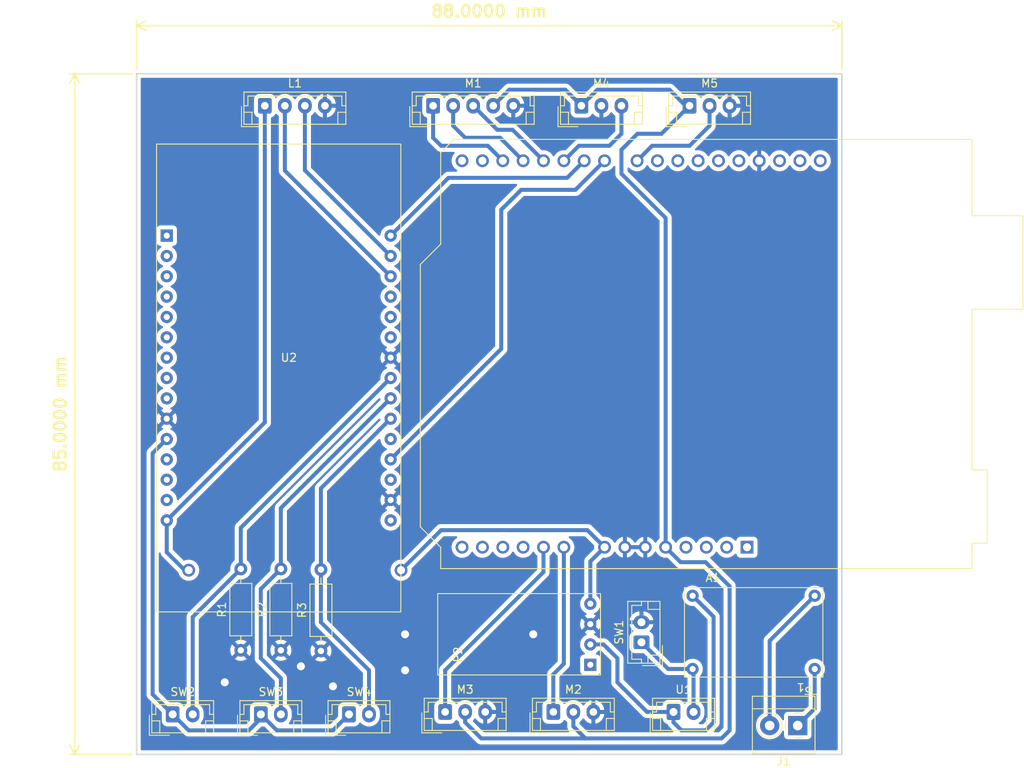
<source format=kicad_pcb>
(kicad_pcb (version 20221018) (generator pcbnew)
  (layers (0 "F.Cu" signal) (31 "B.Cu" signal) (34 "B.Paste" user) (35 "F.Paste" user) (36 "B.SilkS" user "B.Silkscreen") (37 "F.SilkS" user "F.Silkscreen") (38 "B.Mask" user) (39 "F.Mask" user) (44 "Edge.Cuts" user))
  (net 0 "")
  (net 5 "+5VP")
  (net 6 "GND")
  (net 7 "VCC")
  (net 8 "PIEZO1_OUT")
  (net 9 "PIEZO2_OUT")
  (net 16 "TC_SO")
  (net 17 "TC_CS")
  (net 18 "TC_SCK")
  (net 19 "IR_OUT")
  (net 20 "WIFI_STATUS_PIN")
  (net 21 "WIFI_TX")
  (net 22 "V_DETECT")
  (net 31 "Net-(J1-Pad1)")
  (net 32 "Net-(J1-Pad2)")
  (net 33 "I2C_SDA")
  (net 34 "I2C_SCL")
  (net 36 "Net-(P1-Pad3)")
  (net 37 "BUTTON_1")
  (net 38 "BUTTON_2")
  (net 39 "BUTTON_3")
  (net 40 "Net-(P1-Pad4)")
  (net 41 "+3V3")
  (footprint "Connector_JST:JST_EH_B3B-EH-A_1x03_P2.50mm_Vertical" (layer "F.Cu") (at 157.235 54)
    (fp_text reference "M4" (at 2.5 -2.8) (layer "F.SilkS"))
    (fp_text value "INFRARED")
    (fp_line (start -2.91 0.11) (end -2.91 2.61) (stroke (width 0.12)) (layer "F.SilkS"))
    (fp_line (start -2.91 2.61) (end -0.41 2.61) (stroke (width 0.12)) (layer "F.SilkS"))
    (fp_line (start -2.61 -1.71) (end -2.61 2.31) (stroke (width 0.12)) (layer "F.SilkS"))
    (fp_line (start -2.61 0) (end -2.11 0) (stroke (width 0.12)) (layer "F.SilkS"))
    (fp_line (start -2.61 0.81) (end -1.61 0.81) (stroke (width 0.12)) (layer "F.SilkS"))
    (fp_line (start -2.61 2.31) (end 7.61 2.31) (stroke (width 0.12)) (layer "F.SilkS"))
    (fp_line (start -2.11 -1.21) (end 7.11 -1.21) (stroke (width 0.12)) (layer "F.SilkS"))
    (fp_line (start -2.11 0) (end -2.11 -1.21) (stroke (width 0.12)) (layer "F.SilkS"))
    (fp_line (start -1.61 0.81) (end -1.61 2.31) (stroke (width 0.12)) (layer "F.SilkS"))
    (fp_line (start 6.61 0.81) (end 6.61 2.31) (stroke (width 0.12)) (layer "F.SilkS"))
    (fp_line (start 7.11 -1.21) (end 7.11 0) (stroke (width 0.12)) (layer "F.SilkS"))
    (fp_line (start 7.11 0) (end 7.61 0) (stroke (width 0.12)) (layer "F.SilkS"))
    (fp_line (start 7.61 -1.71) (end -2.61 -1.71) (stroke (width 0.12)) (layer "F.SilkS"))
    (fp_line (start 7.61 0.81) (end 6.61 0.81) (stroke (width 0.12)) (layer "F.SilkS"))
    (fp_line (start 7.61 2.31) (end 7.61 -1.71) (stroke (width 0.12)) (layer "F.SilkS"))
    (pad "1" thru_hole roundrect (at 0 0) (size 1.7 1.95) (drill 0.95) (layers "*.Cu" "*.Mask") (roundrect_rratio 0.147059) (net 5 "+5VP"))
    (pad "2" thru_hole oval (at 2.5 0) (size 1.7 1.95) (drill 0.95) (layers "*.Cu" "*.Mask") (net 6 "GND"))
    (pad "3" thru_hole oval (at 5 0) (size 1.7 1.95) (drill 0.95) (layers "*.Cu" "*.Mask") (net 19 "IR_OUT"))
  )
  (footprint "Custom Library:Mini Step-Down 2" (layer "F.Cu") (at 178.735 119 180)
    (fp_text reference "P1" (at -6.35 -7.62 180 unlocked) (layer "F.SilkS"))
    (fp_text value "STEP DOWN")
    (fp_rect (start -8.636 -6.35) (end 8.636 4.826) (stroke (width 0.12)) (fill none) (layer "F.SilkS"))
    (pad "1" thru_hole circle (at -7.62 3.81 180) (size 1.524 1.524) (drill 0.762) (layers "*.Cu" "*.Mask") (net 32 "Net-(J1-Pad2)"))
    (pad "2" thru_hole circle (at -7.62 -5.334 180) (size 1.524 1.524) (drill 0.762) (layers "*.Cu" "*.Mask") (net 31 "Net-(J1-Pad1)"))
    (pad "3" thru_hole circle (at 7.62 3.81 180) (size 1.524 1.524) (drill 0.762) (layers "*.Cu" "*.Mask") (net 36 "Net-(P1-Pad3)"))
    (pad "4" thru_hole circle (at 7.62 -5.334 180) (size 1.524 1.524) (drill 0.762) (layers "*.Cu" "*.Mask") (net 40 "Net-(P1-Pad4)"))
  )
  (footprint "Connector_JST:JST_EH_B2B-EH-A_1x02_P2.50mm_Vertical" (layer "F.Cu") (at 117.235 130)
    (fp_text reference "SW3" (at 1.25 -2.8) (layer "F.SilkS"))
    (fp_text value "SW_Push")
    (fp_line (start -2.91 0.11) (end -2.91 2.61) (stroke (width 0.12)) (layer "F.SilkS"))
    (fp_line (start -2.91 2.61) (end -0.41 2.61) (stroke (width 0.12)) (layer "F.SilkS"))
    (fp_line (start -2.61 -1.71) (end -2.61 2.31) (stroke (width 0.12)) (layer "F.SilkS"))
    (fp_line (start -2.61 0) (end -2.11 0) (stroke (width 0.12)) (layer "F.SilkS"))
    (fp_line (start -2.61 0.81) (end -1.61 0.81) (stroke (width 0.12)) (layer "F.SilkS"))
    (fp_line (start -2.61 2.31) (end 5.11 2.31) (stroke (width 0.12)) (layer "F.SilkS"))
    (fp_line (start -2.11 -1.21) (end 4.61 -1.21) (stroke (width 0.12)) (layer "F.SilkS"))
    (fp_line (start -2.11 0) (end -2.11 -1.21) (stroke (width 0.12)) (layer "F.SilkS"))
    (fp_line (start -1.61 0.81) (end -1.61 2.31) (stroke (width 0.12)) (layer "F.SilkS"))
    (fp_line (start 4.11 0.81) (end 4.11 2.31) (stroke (width 0.12)) (layer "F.SilkS"))
    (fp_line (start 4.61 -1.21) (end 4.61 0) (stroke (width 0.12)) (layer "F.SilkS"))
    (fp_line (start 4.61 0) (end 5.11 0) (stroke (width 0.12)) (layer "F.SilkS"))
    (fp_line (start 5.11 -1.71) (end -2.61 -1.71) (stroke (width 0.12)) (layer "F.SilkS"))
    (fp_line (start 5.11 0.81) (end 4.11 0.81) (stroke (width 0.12)) (layer "F.SilkS"))
    (fp_line (start 5.11 2.31) (end 5.11 -1.71) (stroke (width 0.12)) (layer "F.SilkS"))
    (pad "1" thru_hole roundrect (at 0 0) (size 1.7 2) (drill 1) (layers "*.Cu" "*.Mask") (roundrect_rratio 0.147059) (net 41 "+3V3"))
    (pad "2" thru_hole oval (at 2.5 0) (size 1.7 2) (drill 1) (layers "*.Cu" "*.Mask") (net 38 "BUTTON_2"))
  )
  (footprint "Custom Library:NodeMCU V3" (layer "F.Cu") (at 120.735 88)
    (fp_text reference "U2" (at 0 -2.54 unlocked) (layer "F.SilkS"))
    (fp_text value "WiFi")
    (fp_rect (start -16.51 -29.21) (end 13.97 29.21) (stroke (width 0.12)) (fill none) (layer "F.SilkS"))
    (pad "1" thru_hole rect (at -15.24 -17.78) (size 1.524 1.524) (drill 0.762) (layers "*.Cu" "*.Mask"))
    (pad "2" thru_hole circle (at -15.24 -15.24) (size 1.524 1.524) (drill 0.762) (layers "*.Cu" "*.Mask"))
    (pad "3" thru_hole circle (at -15.24 -12.7) (size 1.524 1.524) (drill 0.762) (layers "*.Cu" "*.Mask"))
    (pad "4" thru_hole circle (at -15.24 -10.16) (size 1.524 1.524) (drill 0.762) (layers "*.Cu" "*.Mask"))
    (pad "5" thru_hole circle (at -15.24 -7.62) (size 1.524 1.524) (drill 0.762) (layers "*.Cu" "*.Mask"))
    (pad "6" thru_hole circle (at -15.24 -5.08) (size 1.524 1.524) (drill 0.762) (layers "*.Cu" "*.Mask"))
    (pad "7" thru_hole circle (at -15.24 -2.54) (size 1.524 1.524) (drill 0.762) (layers "*.Cu" "*.Mask"))
    (pad "8" thru_hole circle (at -15.24 0) (size 1.524 1.524) (drill 0.762) (layers "*.Cu" "*.Mask"))
    (pad "9" thru_hole circle (at -15.24 2.54) (size 1.524 1.524) (drill 0.762) (layers "*.Cu" "*.Mask"))
    (pad "10" thru_hole circle (at -15.24 5.08) (size 1.524 1.524) (drill 0.762) (layers "*.Cu" "*.Mask") (net 6 "GND"))
    (pad "11" thru_hole circle (at -15.24 7.62) (size 1.524 1.524) (drill 0.762) (layers "*.Cu" "*.Mask") (net 41 "+3V3"))
    (pad "12" thru_hole circle (at -15.24 10.16) (size 1.524 1.524) (drill 0.762) (layers "*.Cu" "*.Mask"))
    (pad "13" thru_hole circle (at -15.24 12.7) (size 1.524 1.524) (drill 0.762) (layers "*.Cu" "*.Mask"))
    (pad "14" thru_hole circle (at -15.24 15.24) (size 1.524 1.524) (drill 0.762) (layers "*.Cu" "*.Mask"))
    (pad "15" thru_hole circle (at -15.24 17.78) (size 1.524 1.524) (drill 0.762) (layers "*.Cu" "*.Mask") (net 7 "VCC"))
    (pad "16" thru_hole circle (at 12.7 17.78) (size 1.524 1.524) (drill 0.762) (layers "*.Cu" "*.Mask"))
    (pad "17" thru_hole circle (at 12.7 15.24) (size 1.524 1.524) (drill 0.762) (layers "*.Cu" "*.Mask") (net 6 "GND"))
    (pad "18" thru_hole circle (at 12.7 12.7) (size 1.524 1.524) (drill 0.762) (layers "*.Cu" "*.Mask"))
    (pad "19" thru_hole circle (at 12.7 10.16) (size 1.524 1.524) (drill 0.762) (layers "*.Cu" "*.Mask") (net 21 "WIFI_TX"))
    (pad "20" thru_hole circle (at 12.7 7.62) (size 1.524 1.524) (drill 0.762) (layers "*.Cu" "*.Mask"))
    (pad "21" thru_hole circle (at 12.7 5.08) (size 1.524 1.524) (drill 0.762) (layers "*.Cu" "*.Mask") (net 39 "BUTTON_3"))
    (pad "22" thru_hole circle (at 12.7 2.54) (size 1.524 1.524) (drill 0.762) (layers "*.Cu" "*.Mask") (net 38 "BUTTON_2"))
    (pad "23" thru_hole circle (at 12.7 0) (size 1.524 1.524) (drill 0.762) (layers "*.Cu" "*.Mask") (net 37 "BUTTON_1"))
    (pad "24" thru_hole circle (at 12.7 -2.54) (size 1.524 1.524) (drill 0.762) (layers "*.Cu" "*.Mask") (net 6 "GND"))
    (pad "25" thru_hole circle (at 12.7 -5.08) (size 1.524 1.524) (drill 0.762) (layers "*.Cu" "*.Mask"))
    (pad "26" thru_hole circle (at 12.7 -7.62) (size 1.524 1.524) (drill 0.762) (layers "*.Cu" "*.Mask"))
    (pad "27" thru_hole circle (at 12.7 -10.16) (size 1.524 1.524) (drill 0.762) (layers "*.Cu" "*.Mask"))
    (pad "28" thru_hole circle (at 12.7 -12.7) (size 1.524 1.524) (drill 0.762) (layers "*.Cu" "*.Mask") (net 33 "I2C_SDA"))
    (pad "29" thru_hole circle (at 12.7 -15.24) (size 1.524 1.524) (drill 0.762) (layers "*.Cu" "*.Mask") (net 34 "I2C_SCL"))
    (pad "30" thru_hole circle (at 12.7 -17.78) (size 1.524 1.524) (drill 0.762) (layers "*.Cu" "*.Mask") (net 20 "WIFI_STATUS_PIN"))
  )
  (footprint "Resistor_THT:R_Axial_DIN0207_L6.3mm_D2.5mm_P10.16mm_Horizontal" (layer "F.Cu") (at 124.735 122.08 90)
    (fp_text reference "R3" (at 5.08 -2.37 90) (layer "F.SilkS"))
    (fp_text value "1K")
    (fp_line (start 1.04 0) (end 1.81 0) (stroke (width 0.12)) (layer "F.SilkS"))
    (fp_line (start 1.81 -1.37) (end 1.81 1.37) (stroke (width 0.12)) (layer "F.SilkS"))
    (fp_line (start 1.81 1.37) (end 8.35 1.37) (stroke (width 0.12)) (layer "F.SilkS"))
    (fp_line (start 8.35 -1.37) (end 1.81 -1.37) (stroke (width 0.12)) (layer "F.SilkS"))
    (fp_line (start 8.35 1.37) (end 8.35 -1.37) (stroke (width 0.12)) (layer "F.SilkS"))
    (fp_line (start 9.12 0) (end 8.35 0) (stroke (width 0.12)) (layer "F.SilkS"))
    (pad "1" thru_hole circle (at 0 0 90) (size 1.6 1.6) (drill 0.8) (layers "*.Cu" "*.Mask") (net 6 "GND"))
    (pad "2" thru_hole oval (at 10.16 0 90) (size 1.6 1.6) (drill 0.8) (layers "*.Cu" "*.Mask") (net 39 "BUTTON_3"))
  )
  (footprint "Connector_JST:JST_EH_B2B-EH-A_1x02_P2.50mm_Vertical" (layer "F.Cu") (at 164.735 121 90)
    (fp_text reference "SW1" (at 1.25 -2.8 90) (layer "F.SilkS"))
    (fp_text value "PWR SW")
    (fp_line (start -2.91 0.11) (end -2.91 2.61) (stroke (width 0.12)) (layer "F.SilkS"))
    (fp_line (start -2.91 2.61) (end -0.41 2.61) (stroke (width 0.12)) (layer "F.SilkS"))
    (fp_line (start -2.61 -1.71) (end -2.61 2.31) (stroke (width 0.12)) (layer "F.SilkS"))
    (fp_line (start -2.61 0) (end -2.11 0) (stroke (width 0.12)) (layer "F.SilkS"))
    (fp_line (start -2.61 0.81) (end -1.61 0.81) (stroke (width 0.12)) (layer "F.SilkS"))
    (fp_line (start -2.61 2.31) (end 5.11 2.31) (stroke (width 0.12)) (layer "F.SilkS"))
    (fp_line (start -2.11 -1.21) (end 4.61 -1.21) (stroke (width 0.12)) (layer "F.SilkS"))
    (fp_line (start -2.11 0) (end -2.11 -1.21) (stroke (width 0.12)) (layer "F.SilkS"))
    (fp_line (start -1.61 0.81) (end -1.61 2.31) (stroke (width 0.12)) (layer "F.SilkS"))
    (fp_line (start 4.11 0.81) (end 4.11 2.31) (stroke (width 0.12)) (layer "F.SilkS"))
    (fp_line (start 4.61 -1.21) (end 4.61 0) (stroke (width 0.12)) (layer "F.SilkS"))
    (fp_line (start 4.61 0) (end 5.11 0) (stroke (width 0.12)) (layer "F.SilkS"))
    (fp_line (start 5.11 -1.71) (end -2.61 -1.71) (stroke (width 0.12)) (layer "F.SilkS"))
    (fp_line (start 5.11 0.81) (end 4.11 0.81) (stroke (width 0.12)) (layer "F.SilkS"))
    (fp_line (start 5.11 2.31) (end 5.11 -1.71) (stroke (width 0.12)) (layer "F.SilkS"))
    (pad "1" thru_hole roundrect (at 0 0 90) (size 1.7 2) (drill 1) (layers "*.Cu" "*.Mask") (roundrect_rratio 0.147059) (net 40 "Net-(P1-Pad4)"))
    (pad "2" thru_hole oval (at 2.5 0 90) (size 1.7 2) (drill 1) (layers "*.Cu" "*.Mask") (net 6 "GND"))
  )
  (footprint "Connector_JST:JST_EH_B3B-EH-A_1x03_P2.50mm_Vertical" (layer "F.Cu") (at 170.735 54)
    (fp_text reference "M5" (at 2.5 -2.8) (layer "F.SilkS"))
    (fp_text value "220V DETECT")
    (fp_line (start -2.91 0.11) (end -2.91 2.61) (stroke (width 0.12)) (layer "F.SilkS"))
    (fp_line (start -2.91 2.61) (end -0.41 2.61) (stroke (width 0.12)) (layer "F.SilkS"))
    (fp_line (start -2.61 -1.71) (end -2.61 2.31) (stroke (width 0.12)) (layer "F.SilkS"))
    (fp_line (start -2.61 0) (end -2.11 0) (stroke (width 0.12)) (layer "F.SilkS"))
    (fp_line (start -2.61 0.81) (end -1.61 0.81) (stroke (width 0.12)) (layer "F.SilkS"))
    (fp_line (start -2.61 2.31) (end 7.61 2.31) (stroke (width 0.12)) (layer "F.SilkS"))
    (fp_line (start -2.11 -1.21) (end 7.11 -1.21) (stroke (width 0.12)) (layer "F.SilkS"))
    (fp_line (start -2.11 0) (end -2.11 -1.21) (stroke (width 0.12)) (layer "F.SilkS"))
    (fp_line (start -1.61 0.81) (end -1.61 2.31) (stroke (width 0.12)) (layer "F.SilkS"))
    (fp_line (start 6.61 0.81) (end 6.61 2.31) (stroke (width 0.12)) (layer "F.SilkS"))
    (fp_line (start 7.11 -1.21) (end 7.11 0) (stroke (width 0.12)) (layer "F.SilkS"))
    (fp_line (start 7.11 0) (end 7.61 0) (stroke (width 0.12)) (layer "F.SilkS"))
    (fp_line (start 7.61 -1.71) (end -2.61 -1.71) (stroke (width 0.12)) (layer "F.SilkS"))
    (fp_line (start 7.61 0.81) (end 6.61 0.81) (stroke (width 0.12)) (layer "F.SilkS"))
    (fp_line (start 7.61 2.31) (end 7.61 -1.71) (stroke (width 0.12)) (layer "F.SilkS"))
    (pad "1" thru_hole roundrect (at 0 0) (size 1.7 1.95) (drill 0.95) (layers "*.Cu" "*.Mask") (roundrect_rratio 0.147059) (net 5 "+5VP"))
    (pad "2" thru_hole oval (at 2.5 0) (size 1.7 1.95) (drill 0.95) (layers "*.Cu" "*.Mask") (net 22 "V_DETECT"))
    (pad "3" thru_hole oval (at 5 0) (size 1.7 1.95) (drill 0.95) (layers "*.Cu" "*.Mask") (net 6 "GND"))
  )
  (footprint "Connector_JST:JST_EH_B3B-EH-A_1x03_P2.50mm_Vertical" (layer "F.Cu") (at 153.735 129.7)
    (fp_text reference "M2" (at 2.5 -2.8) (layer "F.SilkS"))
    (fp_text value "PIEZO")
    (fp_line (start -2.91 0.11) (end -2.91 2.61) (stroke (width 0.12)) (layer "F.SilkS"))
    (fp_line (start -2.91 2.61) (end -0.41 2.61) (stroke (width 0.12)) (layer "F.SilkS"))
    (fp_line (start -2.61 -1.71) (end -2.61 2.31) (stroke (width 0.12)) (layer "F.SilkS"))
    (fp_line (start -2.61 0) (end -2.11 0) (stroke (width 0.12)) (layer "F.SilkS"))
    (fp_line (start -2.61 0.81) (end -1.61 0.81) (stroke (width 0.12)) (layer "F.SilkS"))
    (fp_line (start -2.61 2.31) (end 7.61 2.31) (stroke (width 0.12)) (layer "F.SilkS"))
    (fp_line (start -2.11 -1.21) (end 7.11 -1.21) (stroke (width 0.12)) (layer "F.SilkS"))
    (fp_line (start -2.11 0) (end -2.11 -1.21) (stroke (width 0.12)) (layer "F.SilkS"))
    (fp_line (start -1.61 0.81) (end -1.61 2.31) (stroke (width 0.12)) (layer "F.SilkS"))
    (fp_line (start 6.61 0.81) (end 6.61 2.31) (stroke (width 0.12)) (layer "F.SilkS"))
    (fp_line (start 7.11 -1.21) (end 7.11 0) (stroke (width 0.12)) (layer "F.SilkS"))
    (fp_line (start 7.11 0) (end 7.61 0) (stroke (width 0.12)) (layer "F.SilkS"))
    (fp_line (start 7.61 -1.71) (end -2.61 -1.71) (stroke (width 0.12)) (layer "F.SilkS"))
    (fp_line (start 7.61 0.81) (end 6.61 0.81) (stroke (width 0.12)) (layer "F.SilkS"))
    (fp_line (start 7.61 2.31) (end 7.61 -1.71) (stroke (width 0.12)) (layer "F.SilkS"))
    (pad "1" thru_hole roundrect (at 0 0) (size 1.7 1.95) (drill 0.95) (layers "*.Cu" "*.Mask") (roundrect_rratio 0.147059) (net 8 "PIEZO1_OUT"))
    (pad "2" thru_hole oval (at 2.5 0) (size 1.7 1.95) (drill 0.95) (layers "*.Cu" "*.Mask") (net 5 "+5VP"))
    (pad "3" thru_hole oval (at 5 0) (size 1.7 1.95) (drill 0.95) (layers "*.Cu" "*.Mask") (net 6 "GND"))
  )
  (footprint "Custom Library:Mini Step-Down" (layer "F.Cu") (at 150.735 120 90)
    (fp_text reference "P2" (at -2.54 -8.89 90 unlocked) (layer "F.SilkS"))
    (fp_text value "STEP DOWN")
    (fp_rect (start -5.08 8.89) (end 5.08 -11.43) (stroke (width 0.12)) (fill none) (layer "F.SilkS"))
    (pad "1" thru_hole rect (at -3.81 7.62 90) (size 1.524 1.524) (drill 0.762) (layers "*.Cu" "*.Mask"))
    (pad "2" thru_hole circle (at -1.27 7.62 90) (size 1.524 1.524) (drill 0.762) (layers "*.Cu" "*.Mask") (net 36 "Net-(P1-Pad3)"))
    (pad "3" thru_hole circle (at 1.27 7.62 90) (size 1.524 1.524) (drill 0.762) (layers "*.Cu" "*.Mask") (net 6 "GND"))
    (pad "4" thru_hole circle (at 3.81 7.62 90) (size 1.524 1.524) (drill 0.762) (layers "*.Cu" "*.Mask") (net 7 "VCC"))
  )
  (footprint "Connector_JST:JST_EH_B5B-EH-A_1x05_P2.50mm_Vertical" (layer "F.Cu") (at 138.735 54)
    (fp_text reference "M1" (at 5 -2.8) (layer "F.SilkS"))
    (fp_text value "THERMOCOUPLE")
    (fp_line (start -2.91 0.11) (end -2.91 2.61) (stroke (width 0.12)) (layer "F.SilkS"))
    (fp_line (start -2.91 2.61) (end -0.41 2.61) (stroke (width 0.12)) (layer "F.SilkS"))
    (fp_line (start -2.61 -1.71) (end -2.61 2.31) (stroke (width 0.12)) (layer "F.SilkS"))
    (fp_line (start -2.61 0) (end -2.11 0) (stroke (width 0.12)) (layer "F.SilkS"))
    (fp_line (start -2.61 0.81) (end -1.61 0.81) (stroke (width 0.12)) (layer "F.SilkS"))
    (fp_line (start -2.61 2.31) (end 12.61 2.31) (stroke (width 0.12)) (layer "F.SilkS"))
    (fp_line (start -2.11 -1.21) (end 12.11 -1.21) (stroke (width 0.12)) (layer "F.SilkS"))
    (fp_line (start -2.11 0) (end -2.11 -1.21) (stroke (width 0.12)) (layer "F.SilkS"))
    (fp_line (start -1.61 0.81) (end -1.61 2.31) (stroke (width 0.12)) (layer "F.SilkS"))
    (fp_line (start 11.61 0.81) (end 11.61 2.31) (stroke (width 0.12)) (layer "F.SilkS"))
    (fp_line (start 12.11 -1.21) (end 12.11 0) (stroke (width 0.12)) (layer "F.SilkS"))
    (fp_line (start 12.11 0) (end 12.61 0) (stroke (width 0.12)) (layer "F.SilkS"))
    (fp_line (start 12.61 -1.71) (end -2.61 -1.71) (stroke (width 0.12)) (layer "F.SilkS"))
    (fp_line (start 12.61 0.81) (end 11.61 0.81) (stroke (width 0.12)) (layer "F.SilkS"))
    (fp_line (start 12.61 2.31) (end 12.61 -1.71) (stroke (width 0.12)) (layer "F.SilkS"))
    (pad "1" thru_hole roundrect (at 0 0) (size 1.7 1.95) (drill 0.95) (layers "*.Cu" "*.Mask") (roundrect_rratio 0.147059) (net 16 "TC_SO"))
    (pad "2" thru_hole oval (at 2.5 0) (size 1.7 1.95) (drill 0.95) (layers "*.Cu" "*.Mask") (net 17 "TC_CS"))
    (pad "3" thru_hole oval (at 5 0) (size 1.7 1.95) (drill 0.95) (layers "*.Cu" "*.Mask") (net 18 "TC_SCK"))
    (pad "4" thru_hole oval (at 7.5 0) (size 1.7 1.95) (drill 0.95) (layers "*.Cu" "*.Mask") (net 5 "+5VP"))
    (pad "5" thru_hole oval (at 10 0) (size 1.7 1.95) (drill 0.95) (layers "*.Cu" "*.Mask") (net 6 "GND"))
  )
  (footprint "Connector_JST:JST_EH_B3B-EH-A_1x03_P2.50mm_Vertical" (layer "F.Cu") (at 140.235 129.7)
    (fp_text reference "M3" (at 2.5 -2.8) (layer "F.SilkS"))
    (fp_text value "PIEZO")
    (fp_line (start -2.91 0.11) (end -2.91 2.61) (stroke (width 0.12)) (layer "F.SilkS"))
    (fp_line (start -2.91 2.61) (end -0.41 2.61) (stroke (width 0.12)) (layer "F.SilkS"))
    (fp_line (start -2.61 -1.71) (end -2.61 2.31) (stroke (width 0.12)) (layer "F.SilkS"))
    (fp_line (start -2.61 0) (end -2.11 0) (stroke (width 0.12)) (layer "F.SilkS"))
    (fp_line (start -2.61 0.81) (end -1.61 0.81) (stroke (width 0.12)) (layer "F.SilkS"))
    (fp_line (start -2.61 2.31) (end 7.61 2.31) (stroke (width 0.12)) (layer "F.SilkS"))
    (fp_line (start -2.11 -1.21) (end 7.11 -1.21) (stroke (width 0.12)) (layer "F.SilkS"))
    (fp_line (start -2.11 0) (end -2.11 -1.21) (stroke (width 0.12)) (layer "F.SilkS"))
    (fp_line (start -1.61 0.81) (end -1.61 2.31) (stroke (width 0.12)) (layer "F.SilkS"))
    (fp_line (start 6.61 0.81) (end 6.61 2.31) (stroke (width 0.12)) (layer "F.SilkS"))
    (fp_line (start 7.11 -1.21) (end 7.11 0) (stroke (width 0.12)) (layer "F.SilkS"))
    (fp_line (start 7.11 0) (end 7.61 0) (stroke (width 0.12)) (layer "F.SilkS"))
    (fp_line (start 7.61 -1.71) (end -2.61 -1.71) (stroke (width 0.12)) (layer "F.SilkS"))
    (fp_line (start 7.61 0.81) (end 6.61 0.81) (stroke (width 0.12)) (layer "F.SilkS"))
    (fp_line (start 7.61 2.31) (end 7.61 -1.71) (stroke (width 0.12)) (layer "F.SilkS"))
    (pad "1" thru_hole roundrect (at 0 0) (size 1.7 1.95) (drill 0.95) (layers "*.Cu" "*.Mask") (roundrect_rratio 0.147059) (net 9 "PIEZO2_OUT"))
    (pad "2" thru_hole oval (at 2.5 0) (size 1.7 1.95) (drill 0.95) (layers "*.Cu" "*.Mask") (net 5 "+5VP"))
    (pad "3" thru_hole oval (at 5 0) (size 1.7 1.95) (drill 0.95) (layers "*.Cu" "*.Mask") (net 6 "GND"))
  )
  (footprint "Connector_JST:JST_EH_B2B-EH-A_1x02_P2.50mm_Vertical" (layer "F.Cu") (at 106.235 130)
    (fp_text reference "SW2" (at 1.25 -2.8) (layer "F.SilkS"))
    (fp_text value "SW_Push")
    (fp_line (start -2.91 0.11) (end -2.91 2.61) (stroke (width 0.12)) (layer "F.SilkS"))
    (fp_line (start -2.91 2.61) (end -0.41 2.61) (stroke (width 0.12)) (layer "F.SilkS"))
    (fp_line (start -2.61 -1.71) (end -2.61 2.31) (stroke (width 0.12)) (layer "F.SilkS"))
    (fp_line (start -2.61 0) (end -2.11 0) (stroke (width 0.12)) (layer "F.SilkS"))
    (fp_line (start -2.61 0.81) (end -1.61 0.81) (stroke (width 0.12)) (layer "F.SilkS"))
    (fp_line (start -2.61 2.31) (end 5.11 2.31) (stroke (width 0.12)) (layer "F.SilkS"))
    (fp_line (start -2.11 -1.21) (end 4.61 -1.21) (stroke (width 0.12)) (layer "F.SilkS"))
    (fp_line (start -2.11 0) (end -2.11 -1.21) (stroke (width 0.12)) (layer "F.SilkS"))
    (fp_line (start -1.61 0.81) (end -1.61 2.31) (stroke (width 0.12)) (layer "F.SilkS"))
    (fp_line (start 4.11 0.81) (end 4.11 2.31) (stroke (width 0.12)) (layer "F.SilkS"))
    (fp_line (start 4.61 -1.21) (end 4.61 0) (stroke (width 0.12)) (layer "F.SilkS"))
    (fp_line (start 4.61 0) (end 5.11 0) (stroke (width 0.12)) (layer "F.SilkS"))
    (fp_line (start 5.11 -1.71) (end -2.61 -1.71) (stroke (width 0.12)) (layer "F.SilkS"))
    (fp_line (start 5.11 0.81) (end 4.11 0.81) (stroke (width 0.12)) (layer "F.SilkS"))
    (fp_line (start 5.11 2.31) (end 5.11 -1.71) (stroke (width 0.12)) (layer "F.SilkS"))
    (pad "1" thru_hole roundrect (at 0 0) (size 1.7 2) (drill 1) (layers "*.Cu" "*.Mask") (roundrect_rratio 0.147059) (net 41 "+3V3"))
    (pad "2" thru_hole oval (at 2.5 0) (size 1.7 2) (drill 1) (layers "*.Cu" "*.Mask") (net 37 "BUTTON_1"))
  )
  (footprint "Module:Arduino_UNO_R3" (layer "F.Cu") (at 177.91 109.13 180)
    (fp_text reference "A1" (at 4.27 -3.81) (layer "F.SilkS"))
    (fp_text value "UNO")
    (fp_line (start -34.42 29.72) (end -34.42 41.4) (stroke (width 0.12)) (layer "F.SilkS"))
    (fp_line (start -34.42 41.4) (end -28.07 41.4) (stroke (width 0.12)) (layer "F.SilkS"))
    (fp_line (start -29.97 0.51) (end -29.97 9.65) (stroke (width 0.12)) (layer "F.SilkS"))
    (fp_line (start -29.97 9.65) (end -28.07 9.65) (stroke (width 0.12)) (layer "F.SilkS"))
    (fp_line (start -28.07 -2.67) (end -28.07 0.51) (stroke (width 0.12)) (layer "F.SilkS"))
    (fp_line (start -28.07 0.51) (end -29.97 0.51) (stroke (width 0.12)) (layer "F.SilkS"))
    (fp_line (start -28.07 9.65) (end -28.07 29.72) (stroke (width 0.12)) (layer "F.SilkS"))
    (fp_line (start -28.07 29.72) (end -34.42 29.72) (stroke (width 0.12)) (layer "F.SilkS"))
    (fp_line (start -28.07 41.4) (end -28.07 50.93) (stroke (width 0.12)) (layer "F.SilkS"))
    (fp_line (start -28.07 50.93) (end 36.58 50.93) (stroke (width 0.12)) (layer "F.SilkS"))
    (fp_line (start 36.58 50.93) (end 38.23 49.28) (stroke (width 0.12)) (layer "F.SilkS"))
    (fp_line (start 38.23 -2.67) (end -28.07 -2.67) (stroke (width 0.12)) (layer "F.SilkS"))
    (fp_line (start 38.23 0) (end 38.23 -2.67) (stroke (width 0.12)) (layer "F.SilkS"))
    (fp_line (start 38.23 37.85) (end 40.77 35.31) (stroke (width 0.12)) (layer "F.SilkS"))
    (fp_line (start 38.23 49.28) (end 38.23 37.85) (stroke (width 0.12)) (layer "F.SilkS"))
    (fp_line (start 40.77 2.54) (end 38.23 0) (stroke (width 0.12)) (layer "F.SilkS"))
    (fp_line (start 40.77 35.31) (end 40.77 2.54) (stroke (width 0.12)) (layer "F.SilkS"))
    (pad "1" thru_hole rect (at 0 0 270) (size 1.6 1.6) (drill 1) (layers "*.Cu" "*.Mask"))
    (pad "2" thru_hole oval (at 2.54 0 270) (size 1.6 1.6) (drill 1) (layers "*.Cu" "*.Mask"))
    (pad "3" thru_hole oval (at 5.08 0 270) (size 1.6 1.6) (drill 1) (layers "*.Cu" "*.Mask"))
    (pad "4" thru_hole oval (at 7.62 0 270) (size 1.6 1.6) (drill 1) (layers "*.Cu" "*.Mask"))
    (pad "5" thru_hole oval (at 10.16 0 270) (size 1.6 1.6) (drill 1) (layers "*.Cu" "*.Mask") (net 5 "+5VP"))
    (pad "6" thru_hole oval (at 12.7 0 270) (size 1.6 1.6) (drill 1) (layers "*.Cu" "*.Mask") (net 6 "GND"))
    (pad "7" thru_hole oval (at 15.24 0 270) (size 1.6 1.6) (drill 1) (layers "*.Cu" "*.Mask") (net 6 "GND"))
    (pad "8" thru_hole oval (at 17.78 0 270) (size 1.6 1.6) (drill 1) (layers "*.Cu" "*.Mask") (net 7 "VCC"))
    (pad "9" thru_hole oval (at 22.86 0 270) (size 1.6 1.6) (drill 1) (layers "*.Cu" "*.Mask") (net 8 "PIEZO1_OUT"))
    (pad "10" thru_hole oval (at 25.4 0 270) (size 1.6 1.6) (drill 1) (layers "*.Cu" "*.Mask") (net 9 "PIEZO2_OUT"))
    (pad "11" thru_hole oval (at 27.94 0 270) (size 1.6 1.6) (drill 1) (layers "*.Cu" "*.Mask"))
    (pad "12" thru_hole oval (at 30.48 0 270) (size 1.6 1.6) (drill 1) (layers "*.Cu" "*.Mask"))
    (pad "13" thru_hole oval (at 33.02 0 270) (size 1.6 1.6) (drill 1) (layers "*.Cu" "*.Mask"))
    (pad "14" thru_hole oval (at 35.56 0 270) (size 1.6 1.6) (drill 1) (layers "*.Cu" "*.Mask"))
    (pad "15" thru_hole oval (at 35.56 48.26 270) (size 1.6 1.6) (drill 1) (layers "*.Cu" "*.Mask"))
    (pad "16" thru_hole oval (at 33.02 48.26 270) (size 1.6 1.6) (drill 1) (layers "*.Cu" "*.Mask"))
    (pad "17" thru_hole oval (at 30.48 48.26 270) (size 1.6 1.6) (drill 1) (layers "*.Cu" "*.Mask") (net 16 "TC_SO"))
    (pad "18" thru_hole oval (at 27.94 48.26 270) (size 1.6 1.6) (drill 1) (layers "*.Cu" "*.Mask") (net 17 "TC_CS"))
    (pad "19" thru_hole oval (at 25.4 48.26 270) (size 1.6 1.6) (drill 1) (layers "*.Cu" "*.Mask") (net 18 "TC_SCK"))
    (pad "20" thru_hole oval (at 22.86 48.26 270) (size 1.6 1.6) (drill 1) (layers "*.Cu" "*.Mask") (net 19 "IR_OUT"))
    (pad "21" thru_hole oval (at 20.32 48.26 270) (size 1.6 1.6) (drill 1) (layers "*.Cu" "*.Mask") (net 20 "WIFI_STATUS_PIN"))
    (pad "22" thru_hole oval (at 17.78 48.26 270) (size 1.6 1.6) (drill 1) (layers "*.Cu" "*.Mask") (net 21 "WIFI_TX"))
    (pad "23" thru_hole oval (at 13.72 48.26 270) (size 1.6 1.6) (drill 1) (layers "*.Cu" "*.Mask") (net 22 "V_DETECT"))
    (pad "24" thru_hole oval (at 11.18 48.26 270) (size 1.6 1.6) (drill 1) (layers "*.Cu" "*.Mask"))
    (pad "25" thru_hole oval (at 8.64 48.26 270) (size 1.6 1.6) (drill 1) (layers "*.Cu" "*.Mask"))
    (pad "26" thru_hole oval (at 6.1 48.26 270) (size 1.6 1.6) (drill 1) (layers "*.Cu" "*.Mask"))
    (pad "27" thru_hole oval (at 3.56 48.26 270) (size 1.6 1.6) (drill 1) (layers "*.Cu" "*.Mask"))
    (pad "28" thru_hole oval (at 1.02 48.26 270) (size 1.6 1.6) (drill 1) (layers "*.Cu" "*.Mask"))
    (pad "29" thru_hole oval (at -1.52 48.26 270) (size 1.6 1.6) (drill 1) (layers "*.Cu" "*.Mask") (net 6 "GND"))
    (pad "30" thru_hole oval (at -4.06 48.26 270) (size 1.6 1.6) (drill 1) (layers "*.Cu" "*.Mask"))
    (pad "31" thru_hole oval (at -6.6 48.26 270) (size 1.6 1.6) (drill 1) (layers "*.Cu" "*.Mask"))
    (pad "32" thru_hole oval (at -9.14 48.26 270) (size 1.6 1.6) (drill 1) (layers "*.Cu" "*.Mask"))
  )
  (footprint "Connector_JST:JST_EH_B4B-EH-A_1x04_P2.50mm_Vertical" (layer "F.Cu") (at 117.735 54)
    (fp_text reference "L1" (at 3.75 -2.8) (layer "F.SilkS"))
    (fp_text value "LCD DISPLAY")
    (fp_line (start -2.91 0.11) (end -2.91 2.61) (stroke (width 0.12)) (layer "F.SilkS"))
    (fp_line (start -2.91 2.61) (end -0.41 2.61) (stroke (width 0.12)) (layer "F.SilkS"))
    (fp_line (start -2.61 -1.71) (end -2.61 2.31) (stroke (width 0.12)) (layer "F.SilkS"))
    (fp_line (start -2.61 0) (end -2.11 0) (stroke (width 0.12)) (layer "F.SilkS"))
    (fp_line (start -2.61 0.81) (end -1.61 0.81) (stroke (width 0.12)) (layer "F.SilkS"))
    (fp_line (start -2.61 2.31) (end 10.11 2.31) (stroke (width 0.12)) (layer "F.SilkS"))
    (fp_line (start -2.11 -1.21) (end 9.61 -1.21) (stroke (width 0.12)) (layer "F.SilkS"))
    (fp_line (start -2.11 0) (end -2.11 -1.21) (stroke (width 0.12)) (layer "F.SilkS"))
    (fp_line (start -1.61 0.81) (end -1.61 2.31) (stroke (width 0.12)) (layer "F.SilkS"))
    (fp_line (start 9.11 0.81) (end 9.11 2.31) (stroke (width 0.12)) (layer "F.SilkS"))
    (fp_line (start 9.61 -1.21) (end 9.61 0) (stroke (width 0.12)) (layer "F.SilkS"))
    (fp_line (start 9.61 0) (end 10.11 0) (stroke (width 0.12)) (layer "F.SilkS"))
    (fp_line (start 10.11 -1.71) (end -2.61 -1.71) (stroke (width 0.12)) (layer "F.SilkS"))
    (fp_line (start 10.11 0.81) (end 9.11 0.81) (stroke (width 0.12)) (layer "F.SilkS"))
    (fp_line (start 10.11 2.31) (end 10.11 -1.71) (stroke (width 0.12)) (layer "F.SilkS"))
    (pad "1" thru_hole roundrect (at 0 0) (size 1.7 1.95) (drill 0.95) (layers "*.Cu" "*.Mask") (roundrect_rratio 0.147059) (net 7 "VCC"))
    (pad "2" thru_hole oval (at 2.5 0) (size 1.7 1.95) (drill 0.95) (layers "*.Cu" "*.Mask") (net 33 "I2C_SDA"))
    (pad "3" thru_hole oval (at 5 0) (size 1.7 1.95) (drill 0.95) (layers "*.Cu" "*.Mask") (net 34 "I2C_SCL"))
    (pad "4" thru_hole oval (at 7.5 0) (size 1.7 1.95) (drill 0.95) (layers "*.Cu" "*.Mask") (net 6 "GND"))
  )
  (footprint "Resistor_THT:R_Axial_DIN0207_L6.3mm_D2.5mm_P10.16mm_Horizontal" (layer "F.Cu") (at 114.735 122 90)
    (fp_text reference "R1" (at 5.08 -2.37 90) (layer "F.SilkS"))
    (fp_text value "1K")
    (fp_line (start 1.04 0) (end 1.81 0) (stroke (width 0.12)) (layer "F.SilkS"))
    (fp_line (start 1.81 -1.37) (end 1.81 1.37) (stroke (width 0.12)) (layer "F.SilkS"))
    (fp_line (start 1.81 1.37) (end 8.35 1.37) (stroke (width 0.12)) (layer "F.SilkS"))
    (fp_line (start 8.35 -1.37) (end 1.81 -1.37) (stroke (width 0.12)) (layer "F.SilkS"))
    (fp_line (start 8.35 1.37) (end 8.35 -1.37) (stroke (width 0.12)) (layer "F.SilkS"))
    (fp_line (start 9.12 0) (end 8.35 0) (stroke (width 0.12)) (layer "F.SilkS"))
    (pad "1" thru_hole circle (at 0 0 90) (size 1.6 1.6) (drill 0.8) (layers "*.Cu" "*.Mask") (net 6 "GND"))
    (pad "2" thru_hole oval (at 10.16 0 90) (size 1.6 1.6) (drill 0.8) (layers "*.Cu" "*.Mask") (net 37 "BUTTON_1"))
  )
  (footprint "Resistor_THT:R_Axial_DIN0207_L6.3mm_D2.5mm_P10.16mm_Horizontal" (layer "F.Cu") (at 119.735 122 90)
    (fp_text reference "R2" (at 5.08 -2.37 90) (layer "F.SilkS"))
    (fp_text value "1K")
    (fp_line (start 1.04 0) (end 1.81 0) (stroke (width 0.12)) (layer "F.SilkS"))
    (fp_line (start 1.81 -1.37) (end 1.81 1.37) (stroke (width 0.12)) (layer "F.SilkS"))
    (fp_line (start 1.81 1.37) (end 8.35 1.37) (stroke (width 0.12)) (layer "F.SilkS"))
    (fp_line (start 8.35 -1.37) (end 1.81 -1.37) (stroke (width 0.12)) (layer "F.SilkS"))
    (fp_line (start 8.35 1.37) (end 8.35 -1.37) (stroke (width 0.12)) (layer "F.SilkS"))
    (fp_line (start 9.12 0) (end 8.35 0) (stroke (width 0.12)) (layer "F.SilkS"))
    (pad "1" thru_hole circle (at 0 0 90) (size 1.6 1.6) (drill 0.8) (layers "*.Cu" "*.Mask") (net 6 "GND"))
    (pad "2" thru_hole oval (at 10.16 0 90) (size 1.6 1.6) (drill 0.8) (layers "*.Cu" "*.Mask") (net 38 "BUTTON_2"))
  )
  (footprint "Connector_JST:JST_EH_B2B-EH-A_1x02_P2.50mm_Vertical" (layer "F.Cu") (at 168.735 129.7)
    (fp_text reference "U1" (at 1.25 -2.8) (layer "F.SilkS"))
    (fp_text value "2S_BMS")
    (fp_line (start -2.91 0.11) (end -2.91 2.61) (stroke (width 0.12)) (layer "F.SilkS"))
    (fp_line (start -2.91 2.61) (end -0.41 2.61) (stroke (width 0.12)) (layer "F.SilkS"))
    (fp_line (start -2.61 -1.71) (end -2.61 2.31) (stroke (width 0.12)) (layer "F.SilkS"))
    (fp_line (start -2.61 0) (end -2.11 0) (stroke (width 0.12)) (layer "F.SilkS"))
    (fp_line (start -2.61 0.81) (end -1.61 0.81) (stroke (width 0.12)) (layer "F.SilkS"))
    (fp_line (start -2.61 2.31) (end 5.11 2.31) (stroke (width 0.12)) (layer "F.SilkS"))
    (fp_line (start -2.11 -1.21) (end 4.61 -1.21) (stroke (width 0.12)) (layer "F.SilkS"))
    (fp_line (start -2.11 0) (end -2.11 -1.21) (stroke (width 0.12)) (layer "F.SilkS"))
    (fp_line (start -1.61 0.81) (end -1.61 2.31) (stroke (width 0.12)) (layer "F.SilkS"))
    (fp_line (start 4.11 0.81) (end 4.11 2.31) (stroke (width 0.12)) (layer "F.SilkS"))
    (fp_line (start 4.61 -1.21) (end 4.61 0) (stroke (width 0.12)) (layer "F.SilkS"))
    (fp_line (start 4.61 0) (end 5.11 0) (stroke (width 0.12)) (layer "F.SilkS"))
    (fp_line (start 5.11 -1.71) (end -2.61 -1.71) (stroke (width 0.12)) (layer "F.SilkS"))
    (fp_line (start 5.11 0.81) (end 4.11 0.81) (stroke (width 0.12)) (layer "F.SilkS"))
    (fp_line (start 5.11 2.31) (end 5.11 -1.71) (stroke (width 0.12)) (layer "F.SilkS"))
    (pad "1" thru_hole roundrect (at 0 0) (size 1.7 2) (drill 1) (layers "*.Cu" "*.Mask") (roundrect_rratio 0.147059) (net 36 "Net-(P1-Pad3)"))
    (pad "2" thru_hole oval (at 2.5 0) (size 1.7 2) (drill 1) (layers "*.Cu" "*.Mask") (net 40 "Net-(P1-Pad4)"))
  )
  (footprint "Connector_JST:JST_EH_B2B-EH-A_1x02_P2.50mm_Vertical" (layer "F.Cu") (at 128.235 130)
    (fp_text reference "SW4" (at 1.25 -2.8) (layer "F.SilkS"))
    (fp_text value "SW_Push")
    (fp_line (start -2.91 0.11) (end -2.91 2.61) (stroke (width 0.12)) (layer "F.SilkS"))
    (fp_line (start -2.91 2.61) (end -0.41 2.61) (stroke (width 0.12)) (layer "F.SilkS"))
    (fp_line (start -2.61 -1.71) (end -2.61 2.31) (stroke (width 0.12)) (layer "F.SilkS"))
    (fp_line (start -2.61 0) (end -2.11 0) (stroke (width 0.12)) (layer "F.SilkS"))
    (fp_line (start -2.61 0.81) (end -1.61 0.81) (stroke (width 0.12)) (layer "F.SilkS"))
    (fp_line (start -2.61 2.31) (end 5.11 2.31) (stroke (width 0.12)) (layer "F.SilkS"))
    (fp_line (start -2.11 -1.21) (end 4.61 -1.21) (stroke (width 0.12)) (layer "F.SilkS"))
    (fp_line (start -2.11 0) (end -2.11 -1.21) (stroke (width 0.12)) (layer "F.SilkS"))
    (fp_line (start -1.61 0.81) (end -1.61 2.31) (stroke (width 0.12)) (layer "F.SilkS"))
    (fp_line (start 4.11 0.81) (end 4.11 2.31) (stroke (width 0.12)) (layer "F.SilkS"))
    (fp_line (start 4.61 -1.21) (end 4.61 0) (stroke (width 0.12)) (layer "F.SilkS"))
    (fp_line (start 4.61 0) (end 5.11 0) (stroke (width 0.12)) (layer "F.SilkS"))
    (fp_line (start 5.11 -1.71) (end -2.61 -1.71) (stroke (width 0.12)) (layer "F.SilkS"))
    (fp_line (start 5.11 0.81) (end 4.11 0.81) (stroke (width 0.12)) (layer "F.SilkS"))
    (fp_line (start 5.11 2.31) (end 5.11 -1.71) (stroke (width 0.12)) (layer "F.SilkS"))
    (pad "1" thru_hole roundrect (at 0 0) (size 1.7 2) (drill 1) (layers "*.Cu" "*.Mask") (roundrect_rratio 0.147059) (net 41 "+3V3"))
    (pad "2" thru_hole oval (at 2.5 0) (size 1.7 2) (drill 1) (layers "*.Cu" "*.Mask") (net 39 "BUTTON_3"))
  )
  (footprint "TerminalBlock_4Ucon:TerminalBlock_4Ucon_1x02_P3.50mm_Horizontal" (layer "F.Cu") (at 184.235 131.4 180)
    (fp_text reference "J1" (at 1.75 -4.46) (layer "F.SilkS"))
    (fp_text value "PWR IN")
    (fp_line (start -2.4 2.16) (end -2.4 3.9) (stroke (width 0.12)) (layer "F.SilkS"))
    (fp_line (start -2.4 3.9) (end -0.9 3.9) (stroke (width 0.12)) (layer "F.SilkS"))
    (fp_line (start -2.16 -3.46) (end -2.16 3.66) (stroke (width 0.12)) (layer "F.SilkS"))
    (fp_line (start -2.16 -3.46) (end 5.66 -3.46) (stroke (width 0.12)) (layer "F.SilkS"))
    (fp_line (start -2.16 2.1) (end 5.66 2.1) (stroke (width 0.12)) (layer "F.SilkS"))
    (fp_line (start -2.16 3.66) (end 5.66 3.66) (stroke (width 0.12)) (layer "F.SilkS"))
    (fp_line (start 5.66 -3.46) (end 5.66 3.66) (stroke (width 0.12)) (layer "F.SilkS"))
    (fp_arc (start -1.432109 0.607742) (mid -1.555727 -0.00014) (end -1.432 -0.608) (stroke (width 0.12)) (layer "F.SilkS"))
    (fp_arc (start -0.607742 -1.432109) (mid 0.00014 -1.555727) (end 0.608 -1.432) (stroke (width 0.12)) (layer "F.SilkS"))
    (fp_arc (start 0.027011 1.555493) (mid -0.296984 1.527118) (end -0.608 1.432) (stroke (width 0.12)) (layer "F.SilkS"))
    (fp_arc (start 0.607587 1.431385) (mid 0.310017 1.523783) (end 0 1.555) (stroke (width 0.12)) (layer "F.SilkS"))
    (fp_arc (start 1.432109 -0.607742) (mid 1.555727 0.00014) (end 1.432 0.608) (stroke (width 0.12)) (layer "F.SilkS"))
    (fp_circle (center 3.5 0) (end 5.055 0) (stroke (width 0.12)) (fill none) (layer "F.SilkS"))
    (pad "1" thru_hole rect (at 0 0 180) (size 2.4 2.4) (drill 1.2) (layers "*.Cu" "*.Mask") (net 31 "Net-(J1-Pad1)"))
    (pad "2" thru_hole circle (at 3.5 0 180) (size 2.4 2.4) (drill 1.2) (layers "*.Cu" "*.Mask") (net 32 "Net-(J1-Pad2)"))
  )
  (gr_rect (start 101.735 50) (end 189.735 135) (stroke (width 0.2)) (fill none) (layer "Edge.Cuts"))
  (dimension (type aligned) (layer "F.SilkS") (pts (xy 101.735 50) (xy 189.735 50)) (height -6) (gr_text "88.0000 mm" (at 145.735 42.2) (layer "F.SilkS") (effects (font (size 1.5 1.5) (thickness 0.3)))) (format (prefix "") (suffix "") (units 3) (units_format 1) (precision 4)) (style (thickness 0.2) (arrow_length 1.27) (text_position_mode 0) (extension_height 0.58642) (extension_offset 0.5) keep_text_aligned))
  (dimension (type aligned) (layer "F.SilkS") (pts (xy 101.735 50) (xy 101.735 135)) (height 7.734999) (gr_text "85.0000 mm" (at 92.200001 92.5 90) (layer "F.SilkS") (effects (font (size 1.5 1.5) (thickness 0.3)))) (format (prefix "") (suffix "") (units 3) (units_format 1) (precision 4)) (style (thickness 0.2) (arrow_length 1.27) (text_position_mode 0) (extension_height 0.58642) (extension_offset 0.5) keep_text_aligned))
  (segment (start 157.235 54) (end 159.235 52) (width 0.5) (layer "B.Cu") (net 5))
  (segment (start 175.735 132) (end 175.735 114) (width 0.5) (layer "B.Cu") (net 5))
  (segment (start 156.235 131.5) (end 157.735 133) (width 0.5) (layer "B.Cu") (net 5))
  (segment (start 172.735 111) (end 169.62 111) (width 0.5) (layer "B.Cu") (net 5))
  (segment (start 162.235 62.5) (end 167.75 68.015) (width 0.5) (layer "B.Cu") (net 5))
  (segment (start 164.235 57.5) (end 162.235 59.5) (width 0.5) (layer "B.Cu") (net 5))
  (segment (start 168.235 52) (end 170.235 54) (width 0.5) (layer "B.Cu") (net 5))
  (segment (start 170.235 54) (end 170.735 54) (width 0.5) (layer "B.Cu") (net 5))
  (segment (start 146.235 54) (end 148.235 52) (width 0.5) (layer "B.Cu") (net 5))
  (segment (start 155.235 52) (end 157.235 54) (width 0.5) (layer "B.Cu") (net 5))
  (segment (start 156.235 129.7) (end 156.235 131.5) (width 0.5) (layer "B.Cu") (net 5))
  (segment (start 170.735 54) (end 167.235 57.5) (width 0.5) (layer "B.Cu") (net 5))
  (segment (start 169.62 111) (end 167.75 109.13) (width 0.5) (layer "B.Cu") (net 5))
  (segment (start 159.235 52) (end 168.235 52) (width 0.5) (layer "B.Cu") (net 5))
  (segment (start 148.235 52) (end 155.235 52) (width 0.5) (layer "B.Cu") (net 5))
  (segment (start 167.235 57.5) (end 164.235 57.5) (width 0.5) (layer "B.Cu") (net 5))
  (segment (start 157.735 133) (end 174.735 133) (width 0.5) (layer "B.Cu") (net 5))
  (segment (start 142.735 129.7) (end 142.735 131) (width 0.5) (layer "B.Cu") (net 5))
  (segment (start 162.235 59.5) (end 162.235 62.5) (width 0.5) (layer "B.Cu") (net 5))
  (segment (start 144.735 133) (end 157.735 133) (width 0.5) (layer "B.Cu") (net 5))
  (segment (start 142.735 131) (end 144.735 133) (width 0.5) (layer "B.Cu") (net 5))
  (segment (start 175.735 114) (end 172.735 111) (width 0.5) (layer "B.Cu") (net 5))
  (segment (start 167.75 68.015) (end 167.75 109.13) (width 0.5) (layer "B.Cu") (net 5))
  (segment (start 174.735 133) (end 175.735 132) (width 0.5) (layer "B.Cu") (net 5))
  (via (at 126.235 126.5) (size 1.6) (drill 1) (layers "F.Cu" "B.Cu") (net 6))
  (via (at 135.235 124.5) (size 1.6) (drill 1) (layers "F.Cu" "B.Cu") (net 6))
  (via (at 151.235 120) (size 1.6) (drill 1) (layers "F.Cu" "B.Cu") (net 6))
  (via (at 112.735 126) (size 1.6) (drill 1) (layers "F.Cu" "B.Cu") (net 6))
  (via (at 122.235 124) (size 1.6) (drill 1) (layers "F.Cu" "B.Cu") (net 6))
  (via (at 135.235 120) (size 1.6) (drill 1) (layers "F.Cu" "B.Cu") (net 6))
  (via (at 108.235 112) (size 1.6) (drill 1) (layers "F.Cu" "B.Cu") (net 7))
  (via (at 134.735 112) (size 1.6) (drill 1) (layers "F.Cu" "B.Cu") (net 7))
  (segment (start 105.495 109.76) (end 107.735 112) (width 0.5) (layer "B.Cu") (net 7))
  (segment (start 117.735 93.54) (end 117.735 54) (width 0.5) (layer "B.Cu") (net 7))
  (segment (start 158 107) (end 139.735 107) (width 0.5) (layer "B.Cu") (net 7))
  (segment (start 158.355 110.905) (end 160.13 109.13) (width 0.5) (layer "B.Cu") (net 7))
  (segment (start 105.495 105.78) (end 117.735 93.54) (width 0.5) (layer "B.Cu") (net 7))
  (segment (start 105.495 105.78) (end 105.495 109.76) (width 0.5) (layer "B.Cu") (net 7))
  (segment (start 158.355 116.19) (end 158.355 110.905) (width 0.5) (layer "B.Cu") (net 7))
  (segment (start 160.13 109.13) (end 158 107) (width 0.5) (layer "B.Cu") (net 7))
  (segment (start 139.735 107) (end 134.735 112) (width 0.5) (layer "B.Cu") (net 7))
  (segment (start 155.05 109.13) (end 155.05 123.685) (width 0.5) (layer "B.Cu") (net 8))
  (segment (start 155.05 123.685) (end 153.735 125) (width 0.5) (layer "B.Cu") (net 8))
  (segment (start 153.735 125) (end 153.735 129.7) (width 0.5) (layer "B.Cu") (net 8))
  (segment (start 152.51 112.225) (end 152.51 109.13) (width 0.5) (layer "B.Cu") (net 9))
  (segment (start 140.235 124.5) (end 152.51 112.225) (width 0.5) (layer "B.Cu") (net 9))
  (segment (start 140.235 129.7) (end 140.235 124.5) (width 0.5) (layer "B.Cu") (net 9))
  (segment (start 138.735 54) (end 138.735 58) (width 0.5) (layer "B.Cu") (net 16))
  (segment (start 139.735 59) (end 145.56 59) (width 0.5) (layer "B.Cu") (net 16))
  (segment (start 145.56 59) (end 147.43 60.87) (width 0.5) (layer "B.Cu") (net 16))
  (segment (start 138.735 58) (end 139.735 59) (width 0.5) (layer "B.Cu") (net 16))
  (segment (start 141.235 56.5) (end 142.735 58) (width 0.5) (layer "B.Cu") (net 17))
  (segment (start 147.1 58) (end 149.97 60.87) (width 0.5) (layer "B.Cu") (net 17))
  (segment (start 142.735 58) (end 147.1 58) (width 0.5) (layer "B.Cu") (net 17))
  (segment (start 141.235 54) (end 141.235 56.5) (width 0.5) (layer "B.Cu") (net 17))
  (segment (start 146.735 57) (end 148.64 57) (width 0.5) (layer "B.Cu") (net 18))
  (segment (start 148.64 57) (end 152.51 60.87) (width 0.5) (layer "B.Cu") (net 18))
  (segment (start 143.735 54) (end 146.735 57) (width 0.5) (layer "B.Cu") (net 18))
  (segment (start 156.92 59) (end 160.735 59) (width 0.5) (layer "B.Cu") (net 19))
  (segment (start 162.235 57.5) (end 162.235 54) (width 0.5) (layer "B.Cu") (net 19))
  (segment (start 160.735 59) (end 162.235 57.5) (width 0.5) (layer "B.Cu") (net 19))
  (segment (start 155.05 60.87) (end 156.92 59) (width 0.5) (layer "B.Cu") (net 19))
  (segment (start 133.435 70.22) (end 140.655 63) (width 0.5) (layer "B.Cu") (net 20))
  (segment (start 140.655 63) (end 155.46 63) (width 0.5) (layer "B.Cu") (net 20))
  (segment (start 155.46 63) (end 157.59 60.87) (width 0.5) (layer "B.Cu") (net 20))
  (segment (start 149.735 64.5) (end 156.5 64.5) (width 0.5) (layer "B.Cu") (net 21))
  (segment (start 156.5 64.5) (end 160.13 60.87) (width 0.5) (layer "B.Cu") (net 21))
  (segment (start 147.235 67) (end 149.735 64.5) (width 0.5) (layer "B.Cu") (net 21))
  (segment (start 147.235 84.36) (end 147.235 67) (width 0.5) (layer "B.Cu") (net 21))
  (segment (start 133.435 98.16) (end 147.235 84.36) (width 0.5) (layer "B.Cu") (net 21))
  (segment (start 164.19 60.87) (end 166.06 59) (width 0.5) (layer "B.Cu") (net 22))
  (segment (start 170.735 59) (end 173.235 56.5) (width 0.5) (layer "B.Cu") (net 22))
  (segment (start 166.06 59) (end 170.735 59) (width 0.5) (layer "B.Cu") (net 22))
  (segment (start 173.235 56.5) (end 173.235 54) (width 0.5) (layer "B.Cu") (net 22))
  (segment (start 186.355 124.334) (end 186.355 129.28) (width 0.5) (layer "B.Cu") (net 31))
  (segment (start 186.355 129.28) (end 184.235 131.4) (width 0.5) (layer "B.Cu") (net 31))
  (segment (start 180.735 131.4) (end 180.735 120.81) (width 0.5) (layer "B.Cu") (net 32))
  (segment (start 180.735 120.81) (end 186.355 115.19) (width 0.5) (layer "B.Cu") (net 32))
  (segment (start 120.235 54) (end 120.235 62.1) (width 0.5) (layer "B.Cu") (net 33))
  (segment (start 120.235 62.1) (end 133.435 75.3) (width 0.5) (layer "B.Cu") (net 33))
  (segment (start 122.735 62.06) (end 133.435 72.76) (width 0.5) (layer "B.Cu") (net 34))
  (segment (start 122.735 54) (end 122.735 62.06) (width 0.5) (layer "B.Cu") (net 34))
  (segment (start 173.735 117.81) (end 171.115 115.19) (width 0.5) (layer "B.Cu") (net 36))
  (segment (start 165.435 129.7) (end 168.735 129.7) (width 0.5) (layer "B.Cu") (net 36))
  (segment (start 161.735 126) (end 165.435 129.7) (width 0.5) (layer "B.Cu") (net 36))
  (segment (start 160.005 121.27) (end 161.735 123) (width 0.5) (layer "B.Cu") (net 36))
  (segment (start 168.735 131) (end 169.735 132) (width 0.5) (layer "B.Cu") (net 36))
  (segment (start 169.735 132) (end 172.735 132) (width 0.5) (layer "B.Cu") (net 36))
  (segment (start 173.735 131) (end 173.735 117.81) (width 0.5) (layer "B.Cu") (net 36))
  (segment (start 158.355 121.27) (end 160.005 121.27) (width 0.5) (layer "B.Cu") (net 36))
  (segment (start 161.735 123) (end 161.735 126) (width 0.5) (layer "B.Cu") (net 36))
  (segment (start 172.735 132) (end 173.735 131) (width 0.5) (layer "B.Cu") (net 36))
  (segment (start 168.735 129.7) (end 168.735 131) (width 0.5) (layer "B.Cu") (net 36))
  (segment (start 114.735 106.7) (end 133.435 88) (width 0.5) (layer "B.Cu") (net 37))
  (segment (start 108.735 117.84) (end 114.735 111.84) (width 0.5) (layer "B.Cu") (net 37))
  (segment (start 114.735 111.84) (end 114.735 106.7) (width 0.5) (layer "B.Cu") (net 37))
  (segment (start 108.735 130) (end 108.735 117.84) (width 0.5) (layer "B.Cu") (net 37))
  (segment (start 117.235 114.34) (end 119.735 111.84) (width 0.5) (layer "B.Cu") (net 38))
  (segment (start 119.735 111.84) (end 119.735 104.24) (width 0.5) (layer "B.Cu") (net 38))
  (segment (start 119.735 130) (end 119.735 125.5) (width 0.5) (layer "B.Cu") (net 38))
  (segment (start 117.235 123) (end 117.235 114.34) (width 0.5) (layer "B.Cu") (net 38))
  (segment (start 119.735 104.24) (end 133.435 90.54) (width 0.5) (layer "B.Cu") (net 38))
  (segment (start 119.735 125.5) (end 117.235 123) (width 0.5) (layer "B.Cu") (net 38))
  (segment (start 124.735 101.78) (end 133.435 93.08) (width 0.5) (layer "B.Cu") (net 39))
  (segment (start 130.735 130) (end 130.735 124.5) (width 0.5) (layer "B.Cu") (net 39))
  (segment (start 124.735 118.5) (end 124.735 111.92) (width 0.5) (layer "B.Cu") (net 39))
  (segment (start 124.735 111.92) (end 124.735 101.78) (width 0.5) (layer "B.Cu") (net 39))
  (segment (start 130.735 124.5) (end 124.735 118.5) (width 0.5) (layer "B.Cu") (net 39))
  (segment (start 171.235 129.7) (end 171.235 124.454) (width 0.5) (layer "B.Cu") (net 40))
  (segment (start 171.235 124.454) (end 171.115 124.334) (width 0.5) (layer "B.Cu") (net 40))
  (segment (start 168.069 124.334) (end 171.115 124.334) (width 0.5) (layer "B.Cu") (net 40))
  (segment (start 164.735 121) (end 168.069 124.334) (width 0.5) (layer "B.Cu") (net 40))
  (segment (start 117.235 130.5) (end 115.735 132) (width 0.5) (layer "B.Cu") (net 41))
  (segment (start 126.235 132) (end 128.235 130) (width 0.5) (layer "B.Cu") (net 41))
  (segment (start 117.235 130) (end 117.235 130.5) (width 0.5) (layer "B.Cu") (net 41))
  (segment (start 115.735 132) (end 108.235 132) (width 0.5) (layer "B.Cu") (net 41))
  (segment (start 103.735 97.38) (end 103.735 127.5) (width 0.5) (layer "B.Cu") (net 41))
  (segment (start 108.235 132) (end 106.235 130) (width 0.5) (layer "B.Cu") (net 41))
  (segment (start 117.235 130) (end 119.235 132) (width 0.5) (layer "B.Cu") (net 41))
  (segment (start 103.735 127.5) (end 106.235 130) (width 0.5) (layer "B.Cu") (net 41))
  (segment (start 105.495 95.62) (end 103.735 97.38) (width 0.5) (layer "B.Cu") (net 41))
  (segment (start 119.235 132) (end 126.235 132) (width 0.5) (layer "B.Cu") (net 41))
  (zone (net 6) (net_name "GND") (layer "B.Cu") (connect_pads (clearance 0.508)) (min_thickness 0.254) (fill yes (thermal_gap 0.508) (thermal_bridge_width 0.508))
    (polygon (pts (xy 189.735 135) (xy 101.735 135) (xy 101.735 50) (xy 189.735 50)))
  )
)
</source>
